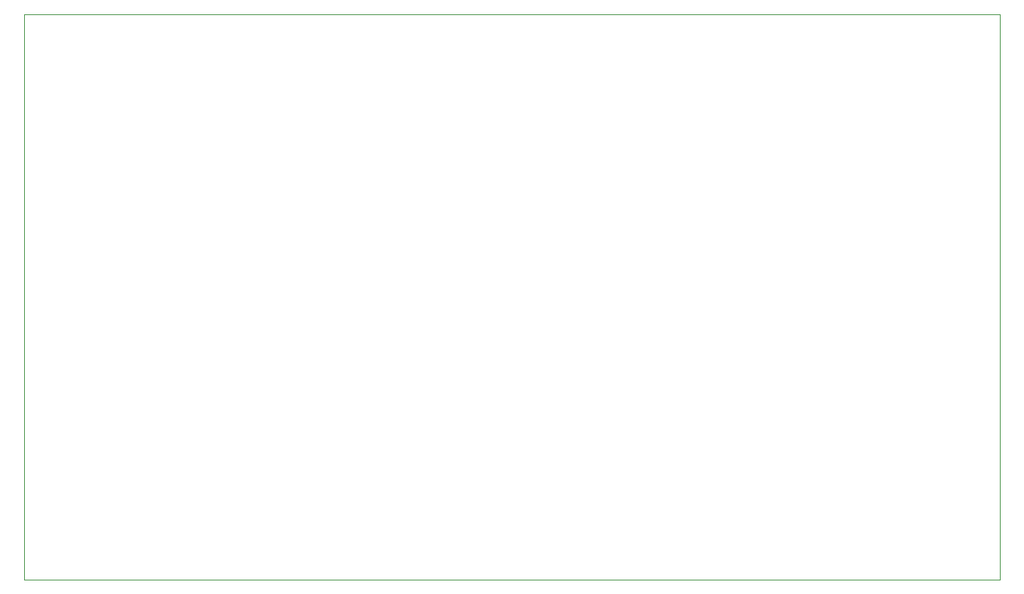
<source format=gbr>
%TF.GenerationSoftware,Altium Limited,Altium Designer,19.1.8 (144)*%
G04 Layer_Color=0*
%FSLAX26Y26*%
%MOIN*%
%TF.FileFunction,Profile,NP*%
%TF.Part,Single*%
G01*
G75*
%TA.AperFunction,Profile*%
%ADD53C,0.001000*%
D53*
X0Y0D02*
Y2500000D01*
X4311024D01*
Y0D01*
X0D01*
%TF.MD5,7d0e17b54c8e046bbf93bc4ece55e8f3*%
M02*

</source>
